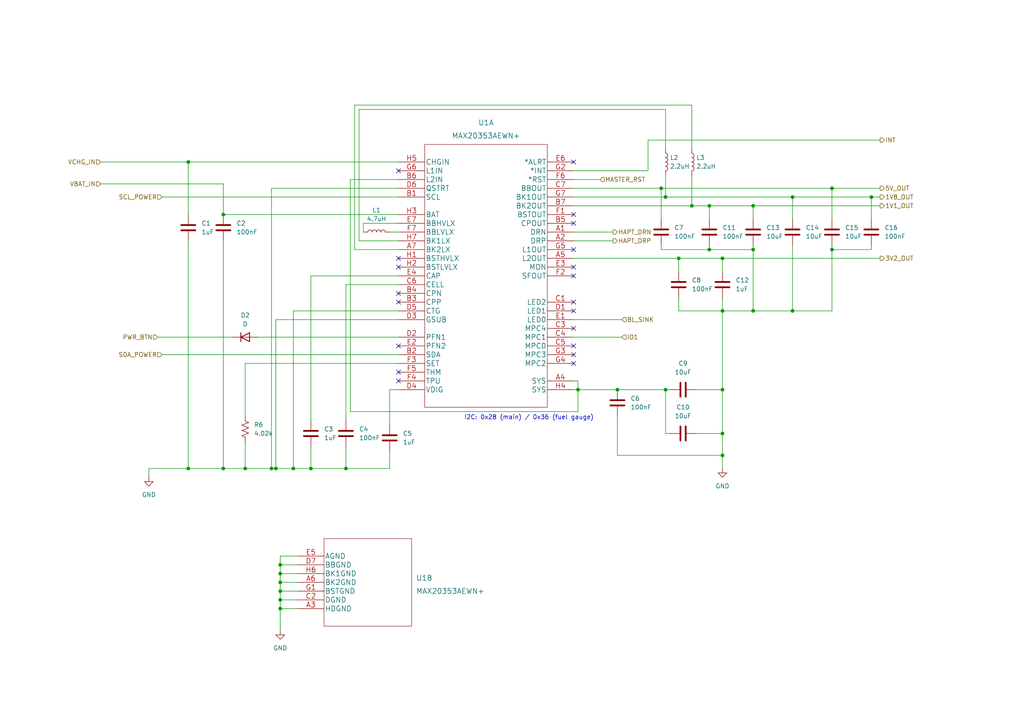
<source format=kicad_sch>
(kicad_sch (version 20211123) (generator eeschema)
  (paper "A4")
  (title_block (title "PMIC") (rev "A") (company "Matthew Mirvish") (comment 1 "MWatch -- a cool smartwatch"))
  (lib_symbols
    (symbol "Device:C" (pin_numbers hide) (pin_names (offset 0.254))
      (property "Reference" "C" (at 0.635 2.54 0))
      (property "Value" "C" (at 0.635 -2.54 0))
      (symbol "C_0_1"
        (polyline (pts (xy -2.032 -0.762) (xy 2.032 -0.762)) (stroke (width 0.508)))
        (polyline (pts (xy -2.032 0.762) (xy 2.032 0.762)) (stroke (width 0.508)))
      )
      (symbol "C_1_1"
        (pin passive line (at 0 3.81 270) (length 2.794) (name "~") (number "1"))
        (pin passive line (at 0 -3.81 90) (length 2.794) (name "~") (number "2"))
      )
    )
    (symbol "Device:D" (pin_numbers hide) (pin_names (offset 1.016) hide)
      (property "Reference" "D" (at 0 2.54 0))
      (property "Value" "D" (at 0 -2.54 0))
      (symbol "D_0_1"
        (polyline (pts (xy -1.27 1.27) (xy -1.27 -1.27)) (stroke (width 0.254)))
        (polyline (pts (xy 1.27 0) (xy -1.27 0)))
        (polyline (pts (xy 1.27 1.27) (xy 1.27 -1.27) (xy -1.27 0) (xy 1.27 1.27)) (stroke (width 0.254)))
      )
      (symbol "D_1_1"
        (pin passive line (at -3.81 0 0) (length 2.54) (name "K") (number "1"))
        (pin passive line (at 3.81 0 180) (length 2.54) (name "A") (number "2"))
      )
    )
    (symbol "Device:L" (pin_numbers hide) (pin_names (offset 1.016) hide)
      (property "Reference" "L" (at -1.27 0 90))
      (property "Value" "L" (at 1.905 0 90))
      (symbol "L_0_1"
        (arc (start 0 -2.54) (mid 0.635 -1.905) (end 0 -1.27))
        (arc (start 0 -1.27) (mid 0.635 -0.635) (end 0 0))
        (arc (start 0 0) (mid 0.635 0.635) (end 0 1.27))
        (arc (start 0 1.27) (mid 0.635 1.905) (end 0 2.54))
      )
      (symbol "L_1_1"
        (pin passive line (at 0 3.81 270) (length 1.27) (name "1") (number "1"))
        (pin passive line (at 0 -3.81 90) (length 1.27) (name "2") (number "2"))
      )
    )
    (symbol "Device:R_US" (pin_numbers hide) (pin_names (offset 0))
      (property "Reference" "R" (at 2.54 0 90))
      (property "Value" "R_US" (at -2.54 0 90))
      (symbol "R_US_0_1"
        (polyline (pts (xy 0 -2.286) (xy 0 -2.54)))
        (polyline (pts (xy 0 2.286) (xy 0 2.54)))
        (polyline (pts (xy 0 -0.762) (xy 1.016 -1.143) (xy 0 -1.524) (xy -1.016 -1.905) (xy 0 -2.286)))
        (polyline (pts (xy 0 0.762) (xy 1.016 0.381) (xy 0 0) (xy -1.016 -0.381) (xy 0 -0.762)))
        (polyline (pts (xy 0 2.286) (xy 1.016 1.905) (xy 0 1.524) (xy -1.016 1.143) (xy 0 0.762)))
      )
      (symbol "R_US_1_1"
        (pin passive line (at 0 3.81 270) (length 1.27) (name "~") (number "1"))
        (pin passive line (at 0 -3.81 90) (length 1.27) (name "~") (number "2"))
      )
    )
    (symbol "max20353:MAX20353AEWN+" (pin_names (offset 0.254))
      (property "Reference" "U" (at 25.4 10.16 0))
      (property "Value" "MAX20353AEWN+" (at 25.4 7.62 0))
      (symbol "MAX20353AEWN+_1_1"
        (polyline (pts (xy 7.62 -71.12) (xy 43.18 -71.12)) (stroke (width 0.127)))
        (polyline (pts (xy 7.62 5.08) (xy 7.62 -71.12)) (stroke (width 0.127)))
        (polyline (pts (xy 43.18 -71.12) (xy 43.18 5.08)) (stroke (width 0.127)))
        (polyline (pts (xy 43.18 5.08) (xy 7.62 5.08)) (stroke (width 0.127)))
        (pin output line (at 50.8 -20.32 180) (length 7.62) (name "DRN") (number "A1"))
        (pin output line (at 50.8 -22.86 180) (length 7.62) (name "DRP") (number "A2"))
        (pin unspecified line (at 50.8 -63.5 180) (length 7.62) (name "SYS") (number "A4"))
        (pin output line (at 50.8 -27.94 180) (length 7.62) (name "L2OUT") (number "A5"))
        (pin unspecified line (at 0 -25.4 0) (length 7.62) (name "BK2LX") (number "A7"))
        (pin input line (at 0 -10.16 0) (length 7.62) (name "SCL") (number "B1"))
        (pin bidirectional line (at 0 -55.88 0) (length 7.62) (name "SDA") (number "B2"))
        (pin unspecified line (at 0 -40.64 0) (length 7.62) (name "CPP") (number "B3"))
        (pin unspecified line (at 0 -38.1 0) (length 7.62) (name "CPN") (number "B4"))
        (pin output line (at 50.8 -17.78 180) (length 7.62) (name "CPOUT") (number "B5"))
        (pin input line (at 0 -5.08 0) (length 7.62) (name "L2IN") (number "B6"))
        (pin output line (at 50.8 -12.7 180) (length 7.62) (name "BK2OUT") (number "B7"))
        (pin output line (at 50.8 -40.64 180) (length 7.62) (name "LED2") (number "C1"))
        (pin bidirectional line (at 50.8 -48.26 180) (length 7.62) (name "MPC4") (number "C3"))
        (pin bidirectional line (at 50.8 -50.8 180) (length 7.62) (name "MPC1") (number "C4"))
        (pin bidirectional line (at 50.8 -53.34 180) (length 7.62) (name "MPC0") (number "C5"))
        (pin unspecified line (at 0 -35.56 0) (length 7.62) (name "CELL") (number "C6"))
        (pin output line (at 50.8 -7.62 180) (length 7.62) (name "BBOUT") (number "C7"))
        (pin output line (at 50.8 -43.18 180) (length 7.62) (name "LED1") (number "D1"))
        (pin unspecified line (at 0 -50.8 0) (length 7.62) (name "PFN1") (number "D2"))
        (pin unspecified line (at 0 -45.72 0) (length 7.62) (name "GSUB") (number "D3"))
        (pin unspecified line (at 0 -66.04 0) (length 7.62) (name "VDIG") (number "D4"))
        (pin unspecified line (at 0 -43.18 0) (length 7.62) (name "CTG") (number "D5"))
        (pin input line (at 0 -7.62 0) (length 7.62) (name "QSTRT") (number "D6"))
        (pin output line (at 50.8 -45.72 180) (length 7.62) (name "LED0") (number "E1"))
        (pin unspecified line (at 0 -53.34 0) (length 7.62) (name "PFN2") (number "E2"))
        (pin output line (at 50.8 -30.48 180) (length 7.62) (name "MON") (number "E3"))
        (pin unspecified line (at 0 -33.02 0) (length 7.62) (name "CAP") (number "E4"))
        (pin output line (at 50.8 0 180) (length 7.62) (name "*ALRT") (number "E6"))
        (pin unspecified line (at 0 -17.78 0) (length 7.62) (name "BBHVLX") (number "E7"))
        (pin output line (at 50.8 -15.24 180) (length 7.62) (name "BSTOUT") (number "F1"))
        (pin unspecified line (at 50.8 -33.02 180) (length 7.62) (name "SFOUT") (number "F2"))
        (pin unspecified line (at 0 -58.42 0) (length 7.62) (name "SET") (number "F3"))
        (pin unspecified line (at 0 -63.5 0) (length 7.62) (name "TPU") (number "F4"))
        (pin unspecified line (at 0 -60.96 0) (length 7.62) (name "THM") (number "F5"))
        (pin output line (at 50.8 -5.08 180) (length 7.62) (name "*RST") (number "F6"))
        (pin unspecified line (at 0 -20.32 0) (length 7.62) (name "BBLVLX") (number "F7"))
        (pin output line (at 50.8 -2.54 180) (length 7.62) (name "*INT") (number "G2"))
        (pin bidirectional line (at 50.8 -55.88 180) (length 7.62) (name "MPC3") (number "G3"))
        (pin bidirectional line (at 50.8 -58.42 180) (length 7.62) (name "MPC2") (number "G4"))
        (pin output line (at 50.8 -25.4 180) (length 7.62) (name "L1OUT") (number "G5"))
        (pin input line (at 0 -2.54 0) (length 7.62) (name "L1IN") (number "G6"))
        (pin output line (at 50.8 -10.16 180) (length 7.62) (name "BK1OUT") (number "G7"))
        (pin unspecified line (at 0 -27.94 0) (length 7.62) (name "BSTHVLX") (number "H1"))
        (pin unspecified line (at 0 -30.48 0) (length 7.62) (name "BSTLVLX") (number "H2"))
        (pin unspecified line (at 0 -15.24 0) (length 7.62) (name "BAT") (number "H3"))
        (pin unspecified line (at 50.8 -66.04 180) (length 7.62) (name "SYS") (number "H4"))
        (pin input line (at 0 0 0) (length 7.62) (name "CHGIN") (number "H5"))
        (pin unspecified line (at 0 -22.86 0) (length 7.62) (name "BK1LX") (number "H7"))
      )
      (symbol "MAX20353AEWN+_2_1"
        (polyline (pts (xy 7.62 -20.32) (xy 33.02 -20.32)) (stroke (width 0.127)))
        (polyline (pts (xy 7.62 5.08) (xy 7.62 -20.32)) (stroke (width 0.127)))
        (polyline (pts (xy 33.02 -20.32) (xy 33.02 5.08)) (stroke (width 0.127)))
        (polyline (pts (xy 33.02 5.08) (xy 7.62 5.08)) (stroke (width 0.127)))
        (pin power_in line (at 0 -15.24 0) (length 7.62) (name "HDGND") (number "A3"))
        (pin power_in line (at 0 -7.62 0) (length 7.62) (name "BK2GND") (number "A6"))
        (pin power_in line (at 0 -12.7 0) (length 7.62) (name "DGND") (number "C2"))
        (pin power_in line (at 0 -2.54 0) (length 7.62) (name "BBGND") (number "D7"))
        (pin power_in line (at 0 0 0) (length 7.62) (name "AGND") (number "E5"))
        (pin power_in line (at 0 -10.16 0) (length 7.62) (name "BSTGND") (number "G1"))
        (pin power_in line (at 0 -5.08 0) (length 7.62) (name "BK1GND") (number "H6"))
      )
    )
    (symbol "power:GND" (power) (pin_names (offset 0))
      (property "Value" "GND" (at 0 -3.81 0))
      (symbol "GND_0_1"
        (polyline (pts (xy 0 0) (xy 0 -1.27) (xy 1.27 -1.27) (xy 0 -2.54) (xy -1.27 -1.27) (xy 0 -1.27)))
      )
      (symbol "GND_1_1"
        (pin power_in line (at 0 0 270) (length 0) hide (name "GND") (number "1"))
      )
    )
  )
  (junction (at 179.07 113.03))
  (junction (at 209.55 125.73))
  (junction (at 229.87 57.15))
  (junction (at 54.61 46.99))
  (junction (at 200.66 59.69))
  (junction (at 81.28 163.83))
  (junction (at 64.77 62.23))
  (junction (at 191.77 54.61))
  (junction (at 218.44 90.17))
  (junction (at 196.85 74.93))
  (junction (at 193.04 113.03))
  (junction (at 64.77 135.89))
  (junction (at 81.28 168.91))
  (junction (at 209.55 90.17))
  (junction (at 81.28 171.45))
  (junction (at 241.3 72.39))
  (junction (at 205.74 59.69))
  (junction (at 78.74 135.89))
  (junction (at 81.28 176.53))
  (junction (at 241.3 54.61))
  (junction (at 71.12 135.89))
  (junction (at 229.87 90.17))
  (junction (at 54.61 135.89))
  (junction (at 81.28 173.99))
  (junction (at 85.09 135.89))
  (junction (at 209.55 113.03))
  (junction (at 81.28 166.37))
  (junction (at 100.33 135.89))
  (junction (at 209.55 132.08))
  (junction (at 80.01 135.89))
  (junction (at 218.44 72.39))
  (junction (at 252.73 57.15))
  (junction (at 193.04 57.15))
  (junction (at 209.55 74.93))
  (junction (at 167.64 113.03))
  (junction (at 90.17 135.89))
  (junction (at 218.44 59.69))
  (junction (at 205.74 72.39))
  (no_connect (at 166.37 100.33))
  (no_connect (at 115.57 107.95))
  (no_connect (at 115.57 110.49))
  (no_connect (at 166.37 105.41))
  (no_connect (at 166.37 90.17))
  (no_connect (at 166.37 95.25))
  (no_connect (at 166.37 102.87))
  (no_connect (at 166.37 77.47))
  (no_connect (at 166.37 87.63))
  (no_connect (at 166.37 80.01))
  (no_connect (at 115.57 74.93))
  (no_connect (at 166.37 72.39))
  (no_connect (at 166.37 64.77))
  (no_connect (at 166.37 62.23))
  (no_connect (at 166.37 46.99))
  (no_connect (at 115.57 77.47))
  (no_connect (at 115.57 85.09))
  (no_connect (at 115.57 87.63))
  (no_connect (at 115.57 100.33))
  (no_connect (at 115.57 49.53))
  (wire (pts (xy 71.12 135.89) (xy 64.77 135.89)))
  (wire (pts (xy 104.14 69.85) (xy 104.14 31.75)))
  (wire (pts (xy 105.41 67.31) (xy 105.41 64.77)))
  (wire (pts (xy 252.73 72.39) (xy 241.3 72.39)))
  (wire (pts (xy 252.73 57.15) (xy 252.73 63.5)))
  (wire (pts (xy 90.17 121.92) (xy 90.17 80.01)))
  (wire (pts (xy 196.85 74.93) (xy 209.55 74.93)))
  (wire (pts (xy 229.87 57.15) (xy 252.73 57.15)))
  (wire (pts (xy 71.12 128.27) (xy 71.12 135.89)))
  (wire (pts (xy 209.55 90.17) (xy 209.55 113.03)))
  (wire (pts (xy 166.37 74.93) (xy 196.85 74.93)))
  (wire (pts (xy 100.33 121.92) (xy 100.33 82.55)))
  (wire (pts (xy 81.28 176.53) (xy 86.36 176.53)))
  (wire (pts (xy 166.37 67.31) (xy 177.8 67.31)))
  (wire (pts (xy 241.3 72.39) (xy 241.3 90.17)))
  (wire (pts (xy 54.61 135.89) (xy 43.18 135.89)))
  (wire (pts (xy 209.55 74.93) (xy 255.27 74.93)))
  (wire (pts (xy 115.57 90.17) (xy 85.09 90.17)))
  (wire (pts (xy 201.93 113.03) (xy 209.55 113.03)))
  (wire (pts (xy 81.28 171.45) (xy 81.28 168.91)))
  (wire (pts (xy 193.04 31.75) (xy 193.04 43.18)))
  (wire (pts (xy 81.28 166.37) (xy 86.36 166.37)))
  (wire (pts (xy 218.44 71.12) (xy 218.44 72.39)))
  (wire (pts (xy 80.01 135.89) (xy 85.09 135.89)))
  (wire (pts (xy 29.21 53.34) (xy 64.77 53.34)))
  (wire (pts (xy 46.99 102.87) (xy 115.57 102.87)))
  (wire (pts (xy 166.37 59.69) (xy 200.66 59.69)))
  (wire (pts (xy 166.37 49.53) (xy 187.96 49.53)))
  (wire (pts (xy 64.77 69.85) (xy 64.77 135.89)))
  (wire (pts (xy 166.37 92.71) (xy 180.34 92.71)))
  (wire (pts (xy 81.28 182.88) (xy 81.28 176.53)))
  (wire (pts (xy 45.72 97.79) (xy 67.31 97.79)))
  (wire (pts (xy 218.44 59.69) (xy 255.27 59.69)))
  (wire (pts (xy 115.57 69.85) (xy 104.14 69.85)))
  (wire (pts (xy 81.28 166.37) (xy 81.28 163.83)))
  (wire (pts (xy 200.66 50.8) (xy 200.66 59.69)))
  (wire (pts (xy 115.57 52.07) (xy 101.6 52.07)))
  (wire (pts (xy 209.55 74.93) (xy 209.55 78.74)))
  (wire (pts (xy 71.12 105.41) (xy 115.57 105.41)))
  (wire (pts (xy 101.6 52.07) (xy 101.6 119.38)))
  (wire (pts (xy 179.07 120.65) (xy 179.07 132.08)))
  (wire (pts (xy 100.33 82.55) (xy 115.57 82.55)))
  (wire (pts (xy 81.28 168.91) (xy 81.28 166.37)))
  (wire (pts (xy 191.77 71.12) (xy 191.77 72.39)))
  (wire (pts (xy 218.44 59.69) (xy 218.44 63.5)))
  (wire (pts (xy 74.93 97.79) (xy 115.57 97.79)))
  (wire (pts (xy 191.77 72.39) (xy 205.74 72.39)))
  (wire (pts (xy 200.66 43.18) (xy 200.66 30.48)))
  (wire (pts (xy 229.87 90.17) (xy 229.87 71.12)))
  (wire (pts (xy 81.28 168.91) (xy 86.36 168.91)))
  (wire (pts (xy 85.09 90.17) (xy 85.09 135.89)))
  (wire (pts (xy 166.37 52.07) (xy 173.99 52.07)))
  (wire (pts (xy 166.37 113.03) (xy 167.64 113.03)))
  (wire (pts (xy 241.3 54.61) (xy 255.27 54.61)))
  (wire (pts (xy 205.74 71.12) (xy 205.74 72.39)))
  (wire (pts (xy 167.64 119.38) (xy 167.64 113.03)))
  (wire (pts (xy 166.37 69.85) (xy 177.8 69.85)))
  (wire (pts (xy 193.04 113.03) (xy 194.31 113.03)))
  (wire (pts (xy 209.55 132.08) (xy 209.55 135.89)))
  (wire (pts (xy 187.96 49.53) (xy 187.96 40.64)))
  (wire (pts (xy 218.44 90.17) (xy 229.87 90.17)))
  (wire (pts (xy 29.21 46.99) (xy 54.61 46.99)))
  (wire (pts (xy 196.85 74.93) (xy 196.85 78.74)))
  (wire (pts (xy 81.28 163.83) (xy 81.28 161.29)))
  (wire (pts (xy 218.44 72.39) (xy 218.44 90.17)))
  (wire (pts (xy 194.31 125.73) (xy 193.04 125.73)))
  (wire (pts (xy 113.03 130.81) (xy 113.03 135.89)))
  (wire (pts (xy 229.87 57.15) (xy 229.87 63.5)))
  (wire (pts (xy 115.57 54.61) (xy 78.74 54.61)))
  (wire (pts (xy 209.55 125.73) (xy 209.55 132.08)))
  (wire (pts (xy 71.12 120.65) (xy 71.12 105.41)))
  (wire (pts (xy 193.04 50.8) (xy 193.04 57.15)))
  (wire (pts (xy 205.74 59.69) (xy 205.74 63.5)))
  (wire (pts (xy 205.74 72.39) (xy 218.44 72.39)))
  (wire (pts (xy 43.18 135.89) (xy 43.18 138.43)))
  (wire (pts (xy 167.64 110.49) (xy 167.64 113.03)))
  (wire (pts (xy 81.28 173.99) (xy 81.28 171.45)))
  (wire (pts (xy 166.37 57.15) (xy 193.04 57.15)))
  (wire (pts (xy 193.04 57.15) (xy 229.87 57.15)))
  (wire (pts (xy 179.07 113.03) (xy 193.04 113.03)))
  (wire (pts (xy 85.09 135.89) (xy 90.17 135.89)))
  (wire (pts (xy 205.74 59.69) (xy 218.44 59.69)))
  (wire (pts (xy 81.28 173.99) (xy 86.36 173.99)))
  (wire (pts (xy 80.01 135.89) (xy 78.74 135.89)))
  (wire (pts (xy 218.44 90.17) (xy 209.55 90.17)))
  (wire (pts (xy 200.66 30.48) (xy 102.87 30.48)))
  (wire (pts (xy 81.28 171.45) (xy 86.36 171.45)))
  (wire (pts (xy 252.73 71.12) (xy 252.73 72.39)))
  (wire (pts (xy 105.41 64.77) (xy 115.57 64.77)))
  (wire (pts (xy 81.28 163.83) (xy 86.36 163.83)))
  (wire (pts (xy 167.64 113.03) (xy 179.07 113.03)))
  (wire (pts (xy 201.93 125.73) (xy 209.55 125.73)))
  (wire (pts (xy 196.85 90.17) (xy 196.85 86.36)))
  (wire (pts (xy 100.33 129.54) (xy 100.33 135.89)))
  (wire (pts (xy 90.17 80.01) (xy 115.57 80.01)))
  (wire (pts (xy 113.03 67.31) (xy 115.57 67.31)))
  (wire (pts (xy 166.37 54.61) (xy 191.77 54.61)))
  (wire (pts (xy 54.61 46.99) (xy 54.61 62.23)))
  (wire (pts (xy 90.17 135.89) (xy 90.17 129.54)))
  (wire (pts (xy 102.87 72.39) (xy 115.57 72.39)))
  (wire (pts (xy 90.17 135.89) (xy 100.33 135.89)))
  (wire (pts (xy 187.96 40.64) (xy 255.27 40.64)))
  (wire (pts (xy 100.33 135.89) (xy 113.03 135.89)))
  (wire (pts (xy 64.77 53.34) (xy 64.77 62.23)))
  (wire (pts (xy 64.77 62.23) (xy 115.57 62.23)))
  (wire (pts (xy 80.01 92.71) (xy 80.01 135.89)))
  (wire (pts (xy 209.55 90.17) (xy 196.85 90.17)))
  (wire (pts (xy 209.55 113.03) (xy 209.55 125.73)))
  (wire (pts (xy 104.14 31.75) (xy 193.04 31.75)))
  (wire (pts (xy 102.87 30.48) (xy 102.87 72.39)))
  (wire (pts (xy 101.6 119.38) (xy 167.64 119.38)))
  (wire (pts (xy 166.37 110.49) (xy 167.64 110.49)))
  (wire (pts (xy 113.03 113.03) (xy 115.57 113.03)))
  (wire (pts (xy 191.77 54.61) (xy 241.3 54.61)))
  (wire (pts (xy 209.55 86.36) (xy 209.55 90.17)))
  (wire (pts (xy 54.61 135.89) (xy 64.77 135.89)))
  (wire (pts (xy 252.73 57.15) (xy 255.27 57.15)))
  (wire (pts (xy 241.3 54.61) (xy 241.3 63.5)))
  (wire (pts (xy 113.03 123.19) (xy 113.03 113.03)))
  (wire (pts (xy 81.28 176.53) (xy 81.28 173.99)))
  (wire (pts (xy 78.74 135.89) (xy 71.12 135.89)))
  (wire (pts (xy 54.61 69.85) (xy 54.61 135.89)))
  (wire (pts (xy 115.57 92.71) (xy 80.01 92.71)))
  (wire (pts (xy 54.61 46.99) (xy 115.57 46.99)))
  (wire (pts (xy 229.87 90.17) (xy 241.3 90.17)))
  (wire (pts (xy 241.3 71.12) (xy 241.3 72.39)))
  (wire (pts (xy 200.66 59.69) (xy 205.74 59.69)))
  (wire (pts (xy 166.37 97.79) (xy 180.34 97.79)))
  (wire (pts (xy 193.04 125.73) (xy 193.04 113.03)))
  (wire (pts (xy 81.28 161.29) (xy 86.36 161.29)))
  (wire (pts (xy 191.77 54.61) (xy 191.77 63.5)))
  (wire (pts (xy 46.99 57.15) (xy 115.57 57.15)))
  (wire (pts (xy 78.74 54.61) (xy 78.74 135.89)))
  (wire (pts (xy 179.07 132.08) (xy 209.55 132.08)))
  (text "I2C: 0x28 (main) / 0x36 (fuel gauge)" (at 134.62 121.92 0) (effects (font (size 1.27 1.27)) (justify left bottom)))
  (hierarchical_label "INT" (shape output) (at 255.27 40.64 0))
  (hierarchical_label "SCL_POWER" (shape input) (at 46.99 57.15 180))
  (hierarchical_label "1V1_OUT" (shape output) (at 255.27 59.69 0))
  (hierarchical_label "5V_OUT" (shape output) (at 255.27 54.61 0))
  (hierarchical_label "BL_SINK" (shape input) (at 180.34 92.71 0))
  (hierarchical_label "VCHG_IN" (shape input) (at 29.21 46.99 180))
  (hierarchical_label "VBAT_IN" (shape input) (at 29.21 53.34 180))
  (hierarchical_label "IO1" (shape input) (at 180.34 97.79 0))
  (hierarchical_label "HAPT_DRN" (shape output) (at 177.8 67.31 0))
  (hierarchical_label "1V8_OUT" (shape output) (at 255.27 57.15 0))
  (hierarchical_label "MASTER_RST" (shape input) (at 173.99 52.07 0))
  (hierarchical_label "SDA_POWER" (shape input) (at 46.99 102.87 180))
  (hierarchical_label "3V2_OUT" (shape output) (at 255.27 74.93 0))
  (hierarchical_label "PWR_BTN" (shape input) (at 45.72 97.79 180))
  (hierarchical_label "HAPT_DRP" (shape output) (at 177.8 69.85 0))
  (symbol (lib_id "Device:L") (at 109.22 67.31 90) (unit 1)
    (property "Reference" "L1" (at 109.22 60.96 90))
    (property "Value" "4.7uH" (at 109.22 63.5 90))
    (property "Footprint" "Inductor_SMD:L_0805_2012Metric" (effects hide))
    (property "Description" "INDUCTOR 4.7uH +/- 20% 600mA 520 mOHM 0805" (effects hide))
    (property "MPN" "MLP2012V4R7MT0S1" (effects hide))
  )
  (symbol (lib_id "Device:C") (at 90.17 125.73 0) (unit 1)
    (property "Reference" "C3" (at 93.98 124.4599 0) (effects (justify left)))
    (property "Value" "1uF" (at 93.98 126.9999 0) (effects (justify left)))
    (property "Footprint" "Capacitor_SMD:C_0201_0603Metric" (effects hide))
    (property "Description" "CAP CERM 1uF +/20% 10V X5R 0201" (effects hide))
    (property "MPN" "CC0201MRX5R6BB105" (effects hide))
  )
  (symbol (lib_id "Device:D") (at 71.12 97.79 0) (unit 1)
    (property "Reference" "D2" (at 71.12 91.44 0))
    (property "Value" "D" (at 71.12 93.98 0))
    (property "Footprint" "Diode_SMD:D_SOD-323" (effects hide))
    (property "Description" "DIODE SCHOTTKY 30V 1A USC" (effects hide))
    (property "MPN" "CUS10S30,H3F" (effects hide))
  )
  (symbol (lib_id "Device:C") (at 198.12 125.73 90) (unit 1)
    (property "Reference" "C10" (at 198.12 118.11 90))
    (property "Value" "10uF" (at 198.12 120.65 90))
    (property "Footprint" "Capacitor_SMD:C_0603_1608Metric" (effects hide))
    (property "Description" "CAP CERM 10uF +/10% 25V X5R 0603" (effects hide))
    (property "MPN" "GRM188R61E106KA73D" (effects hide))
  )
  (symbol (lib_id "Device:C") (at 191.77 67.31 0) (unit 1)
    (property "Reference" "C7" (at 195.58 66.0399 0) (effects (justify left)))
    (property "Value" "100nF" (at 195.58 68.5799 0) (effects (justify left)))
    (property "Footprint" "Capacitor_SMD:C_0201_0603Metric" (effects hide))
    (property "Description" "CAP CERM 100nF +/10% 25V X5R 0201" (effects hide))
    (property "MPN" "CC0201KRX5R8BB104" (effects hide))
  )
  (symbol (lib_id "Device:C") (at 100.33 125.73 0) (unit 1)
    (property "Reference" "C4" (at 104.14 124.4599 0) (effects (justify left)))
    (property "Value" "100nF" (at 104.14 127 0) (effects (justify left)))
    (property "Footprint" "Capacitor_SMD:C_0201_0603Metric" (effects hide))
    (property "Description" "CAP CERM 100nF +/10% 25V X5R 0201" (effects hide))
    (property "MPN" "CC0201KRX5R8BB104" (effects hide))
  )
  (symbol (lib_id "Device:L") (at 200.66 46.99 0) (unit 1)
    (property "Reference" "L3" (at 201.93 45.7199 0) (effects (justify left)))
    (property "Value" "2.2uH" (at 201.93 48.2599 0) (effects (justify left)))
    (property "Footprint" "Inductor_SMD:L_0805_2012Metric" (effects hide))
    (property "Description" "INDUCTOR 2.2uH +/- 20% 1.2A 228 mOHM 0805" (effects hide))
    (property "MPN" "DFE201210U-2R2M=P2" (effects hide))
  )
  (symbol (lib_id "Device:C") (at 205.74 67.31 0) (unit 1)
    (property "Reference" "C11" (at 209.55 66.0399 0) (effects (justify left)))
    (property "Value" "100nF" (at 209.55 68.5799 0) (effects (justify left)))
    (property "Footprint" "Capacitor_SMD:C_0201_0603Metric" (effects hide))
    (property "Description" "CAP CERM 100nF +/10% 25V X5R 0201" (effects hide))
    (property "MPN" "CC0201KRX5R8BB104" (effects hide))
  )
  (symbol (lib_id "max20353:MAX20353AEWN+") (at 115.57 46.99 0) (unit 1)
    (property "Reference" "U1" (at 140.97 35.56 0) (effects (font (size 1.524 1.524))))
    (property "Value" "MAX20353AEWN+" (at 140.97 39.37 0) (effects (font (size 1.524 1.524))))
    (property "Footprint" "max20353:MAX20353AEWN&plus_" (effects hide))
    (property "Description" "IC WEARABLE PMIC" (effects hide))
    (property "MPN" "MAX20353AEWN+" (effects hide))
  )
  (symbol (lib_id "Device:C") (at 198.12 113.03 90) (unit 1)
    (property "Reference" "C9" (at 198.12 105.41 90))
    (property "Value" "10uF" (at 198.12 107.95 90))
    (property "Footprint" "Capacitor_SMD:C_0603_1608Metric" (effects hide))
    (property "Description" "CAP CERM 10uF +/10% 25V X5R 0603" (effects hide))
    (property "MPN" "GRM188R61E106KA73D" (effects hide))
  )
  (symbol (lib_id "Device:C") (at 209.55 82.55 0) (unit 1)
    (property "Reference" "C12" (at 213.36 81.2799 0) (effects (justify left)))
    (property "Value" "1uF" (at 213.36 83.8199 0) (effects (justify left)))
    (property "Footprint" "Capacitor_SMD:C_0201_0603Metric" (effects hide))
    (property "Description" "CAP CERM 1uF +/20% 10V X5R 0201" (effects hide))
    (property "MPN" "CC0201MRX5R6BB105" (effects hide))
  )
  (symbol (lib_id "Device:R_US") (at 71.12 124.46 180) (unit 1)
    (property "Reference" "R6" (at 73.66 123.1899 0) (effects (justify right)))
    (property "Value" "4.02k" (at 73.66 125.7299 0) (effects (justify right)))
    (property "Footprint" "Resistor_SMD:R_0201_0603Metric" (effects hide))
    (property "Description" "RES SMD 4.02KOHM 1% 1/20W 0201" (effects hide))
    (property "MPN" "RC0201FR-074K02L" (effects hide))
  )
  (symbol (lib_id "Device:C") (at 64.77 66.04 0) (unit 1)
    (property "Reference" "C2" (at 68.58 64.7699 0) (effects (justify left)))
    (property "Value" "100nF" (at 68.58 67.3099 0) (effects (justify left)))
    (property "Footprint" "Capacitor_SMD:C_0201_0603Metric" (effects hide))
    (property "Description" "CAP CERM 100nF +/10% 25V X5R 0201" (effects hide))
    (property "MPN" "CC0201KRX5R8BB104" (effects hide))
  )
  (symbol (lib_id "power:GND") (at 43.18 138.43 0) (unit 1)
    (property "Reference" "#PWR08" (effects hide))
    (property "Value" "GND" (at 43.18 143.51 0))
  )
  (symbol (lib_id "Device:C") (at 229.87 67.31 0) (unit 1)
    (property "Reference" "C14" (at 233.68 66.0399 0) (effects (justify left)))
    (property "Value" "10uF" (at 233.68 68.5799 0) (effects (justify left)))
    (property "Footprint" "Capacitor_SMD:C_0603_1608Metric" (effects hide))
    (property "Description" "CAP CERM 10uF +/10% 25V X5R 0603" (effects hide))
    (property "MPN" "GRM188R61E106KA73D" (effects hide))
  )
  (symbol (lib_id "Device:C") (at 241.3 67.31 0) (unit 1)
    (property "Reference" "C15" (at 245.11 66.0399 0) (effects (justify left)))
    (property "Value" "10uF" (at 245.11 68.5799 0) (effects (justify left)))
    (property "Footprint" "Capacitor_SMD:C_0603_1608Metric" (effects hide))
    (property "Description" "CAP CERM 10uF +/10% 25V X5R 0603" (effects hide))
    (property "MPN" "GRM188R61E106KA73D" (effects hide))
  )
  (symbol (lib_id "Device:C") (at 179.07 116.84 0) (unit 1)
    (property "Reference" "C6" (at 182.88 115.5699 0) (effects (justify left)))
    (property "Value" "100nF" (at 182.88 118.1099 0) (effects (justify left)))
    (property "Footprint" "Capacitor_SMD:C_0201_0603Metric" (effects hide))
    (property "Description" "CAP CERM 100nF +/10% 25V X5R 0201" (effects hide))
    (property "MPN" "CC0201KRX5R8BB104" (effects hide))
  )
  (symbol (lib_id "Device:C") (at 113.03 127 0) (unit 1)
    (property "Reference" "C5" (at 116.84 125.7299 0) (effects (justify left)))
    (property "Value" "1uF" (at 116.84 128.2699 0) (effects (justify left)))
    (property "Footprint" "Capacitor_SMD:C_0201_0603Metric" (effects hide))
    (property "Description" "CAP CERM 1uF +/20% 10V X5R 0201" (effects hide))
    (property "MPN" "CC0201MRX5R6BB105" (effects hide))
  )
  (symbol (lib_id "Device:C") (at 196.85 82.55 0) (unit 1)
    (property "Reference" "C8" (at 200.66 81.2799 0) (effects (justify left)))
    (property "Value" "100nF" (at 200.66 83.8199 0) (effects (justify left)))
    (property "Footprint" "Capacitor_SMD:C_0201_0603Metric" (effects hide))
    (property "Description" "CAP CERM 100nF +/10% 25V X5R 0201" (effects hide))
    (property "MPN" "CC0201KRX5R8BB104" (effects hide))
  )
  (symbol (lib_id "power:GND") (at 209.55 135.89 0) (unit 1)
    (property "Reference" "#PWR010" (effects hide))
    (property "Value" "GND" (at 209.55 140.97 0))
  )
  (symbol (lib_id "Device:C") (at 54.61 66.04 0) (unit 1)
    (property "Reference" "C1" (at 58.42 64.7699 0) (effects (justify left)))
    (property "Value" "1uF" (at 58.42 67.3099 0) (effects (justify left)))
    (property "Footprint" "Capacitor_SMD:C_0603_1608Metric" (effects hide))
    (property "Description" "CAP CERM 1uF +/10% 16V X5R 0603" (effects hide))
    (property "MPN" "CC0603KRX5R7BB105" (effects hide))
  )
  (symbol (lib_id "Device:C") (at 218.44 67.31 0) (unit 1)
    (property "Reference" "C13" (at 222.25 66.0399 0) (effects (justify left)))
    (property "Value" "10uF" (at 222.25 68.5799 0) (effects (justify left)))
    (property "Footprint" "Capacitor_SMD:C_0603_1608Metric" (effects hide))
    (property "Description" "CAP CERM 10uF +/10% 25V X5R 0603" (effects hide))
    (property "MPN" "GRM188R61E106KA73D" (effects hide))
  )
  (symbol (lib_id "power:GND") (at 81.28 182.88 0) (unit 1)
    (property "Reference" "#PWR09" (effects hide))
    (property "Value" "GND" (at 81.28 187.96 0))
  )
  (symbol (lib_id "Device:C") (at 252.73 67.31 0) (unit 1)
    (property "Reference" "C16" (at 256.54 66.0399 0) (effects (justify left)))
    (property "Value" "100nF" (at 256.54 68.5799 0) (effects (justify left)))
    (property "Footprint" "Capacitor_SMD:C_0201_0603Metric" (effects hide))
    (property "Description" "CAP CERM 100nF +/10% 25V X5R 0201" (effects hide))
    (property "MPN" "CC0201KRX5R8BB104" (effects hide))
  )
  (symbol (lib_id "max20353:MAX20353AEWN+") (at 86.36 161.29 0) (unit 2)
    (property "Reference" "U1" (at 120.65 167.64 0) (effects (font (size 1.524 1.524)) (justify left)))
    (property "Value" "MAX20353AEWN+" (at 120.65 171.45 0) (effects (font (size 1.524 1.524)) (justify left)))
    (property "Footprint" "max20353:MAX20353AEWN&plus_" (effects hide))
    (property "Description" "IC WEARABLE PMIC" (effects hide))
    (property "MPN" "MAX20353AEWN+" (effects hide))
  )
  (symbol (lib_id "Device:L") (at 193.04 46.99 0) (unit 1)
    (property "Reference" "L2" (at 194.31 45.7199 0) (effects (justify left)))
    (property "Value" "2.2uH" (at 194.31 48.26 0) (effects (justify left)))
    (property "Footprint" "Inductor_SMD:L_0805_2012Metric" (effects hide))
    (property "Description" "INDUCTOR 2.2uH +/- 20% 1.2A 228 mOHM 0805" (effects hide))
    (property "MPN" "DFE201210U-2R2M=P2" (effects hide))
  )
)
</source>
